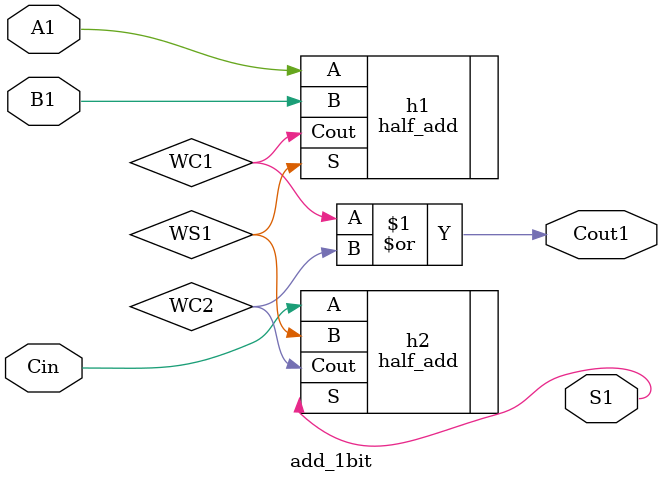
<source format=v>
`timescale 1ns / 1ps
module add_1bit(S1,Cout1,A1,B1,Cin);
output			S1		;
output			Cout1	;
input				A1		;
input				B1		;
input				Cin	;
wire				WS1,WC1,WC2;

half_add			h1(.S(WS1),.Cout(WC1),.A(A1),.B(B1));
half_add			h2(.S(S1),.Cout(WC2),.A(Cin),.B(WS1));
or					c1(Cout1,WC1,WC2);

endmodule

</source>
